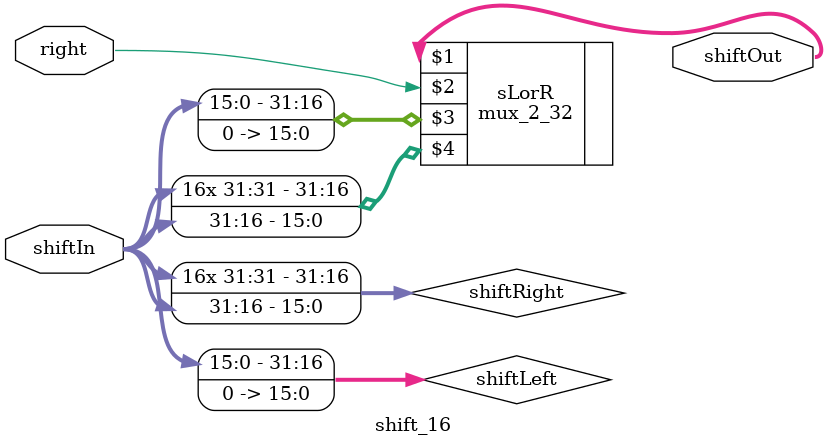
<source format=v>
module shift_16(shiftIn,right,shiftOut);
    input [31:0] shiftIn;
    input right;
    output [31:0] shiftOut;
    wire [31:0] shiftLeft,shiftRight;

    assign shiftLeft[31:16] = shiftIn[15:0];
    assign shiftLeft[15:0] = 16'b0000000000000000;
    assign shiftRight[15:0] = shiftIn[31:16];
    assign shiftRight[31] = shiftIn[31];
    assign shiftRight[30] = shiftIn[31];
    assign shiftRight[29] = shiftIn[31];
    assign shiftRight[28] = shiftIn[31];
    assign shiftRight[27] = shiftIn[31];
    assign shiftRight[26] = shiftIn[31];
    assign shiftRight[25] = shiftIn[31];
    assign shiftRight[24] = shiftIn[31];
    assign shiftRight[23] = shiftIn[31];
    assign shiftRight[22] = shiftIn[31];
    assign shiftRight[21] = shiftIn[31];
    assign shiftRight[20] = shiftIn[31];
    assign shiftRight[19] = shiftIn[31];
    assign shiftRight[18] = shiftIn[31];
    assign shiftRight[17] = shiftIn[31];
    assign shiftRight[16] = shiftIn[31];

    mux_2_32 sLorR(shiftOut,right,shiftLeft,shiftRight);
endmodule
</source>
